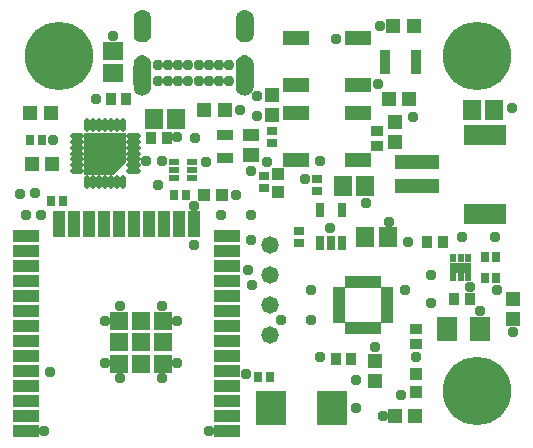
<source format=gbr>
G04 EAGLE Gerber RS-274X export*
G75*
%MOMM*%
%FSLAX34Y34*%
%LPD*%
%INSoldermask Top*%
%IPPOS*%
%AMOC8*
5,1,8,0,0,1.08239X$1,22.5*%
G01*
%ADD10R,1.503200X1.703200*%
%ADD11R,2.573200X2.973200*%
%ADD12R,1.103200X0.903200*%
%ADD13R,0.903200X1.103200*%
%ADD14R,1.703200X1.503200*%
%ADD15R,1.003200X1.003200*%
%ADD16C,5.791200*%
%ADD17R,0.803200X0.903200*%
%ADD18R,0.903200X0.803200*%
%ADD19R,1.203200X1.303200*%
%ADD20R,1.473200X0.838200*%
%ADD21R,1.473200X1.219200*%
%ADD22R,1.473200X1.016000*%
%ADD23R,2.203200X1.103200*%
%ADD24R,1.103200X2.203200*%
%ADD25R,1.533200X1.533200*%
%ADD26C,0.503200*%
%ADD27R,0.908000X0.908000*%
%ADD28R,0.863600X0.609600*%
%ADD29R,0.803200X1.303200*%
%ADD30R,0.603200X0.703200*%
%ADD31R,1.800000X0.900000*%
%ADD32R,0.838000X0.838000*%
%ADD33R,3.703200X1.203200*%
%ADD34R,3.603200X1.703200*%
%ADD35C,1.473200*%
%ADD36R,1.803200X2.003200*%
%ADD37R,1.003200X0.553200*%
%ADD38R,0.553200X1.053200*%
%ADD39R,2.303200X1.203200*%
%ADD40C,0.938000*%
%ADD41C,1.503200*%
%ADD42C,1.328200*%
%ADD43R,1.303200X1.203200*%
%ADD44R,0.903200X0.503200*%
%ADD45C,0.959600*%

G36*
X87071Y224547D02*
X87071Y224547D01*
X87085Y224545D01*
X97925Y235385D01*
X97926Y235397D01*
X97932Y235402D01*
X97928Y235408D01*
X97929Y235412D01*
X97939Y235420D01*
X97939Y260080D01*
X97903Y260127D01*
X97896Y260122D01*
X97890Y260129D01*
X62390Y260129D01*
X62343Y260093D01*
X62348Y260086D01*
X62341Y260080D01*
X62341Y224580D01*
X62377Y224533D01*
X62384Y224538D01*
X62390Y224531D01*
X87050Y224531D01*
X87071Y224547D01*
G37*
G36*
X112642Y291550D02*
X112642Y291550D01*
X112648Y291554D01*
X112652Y291551D01*
X114110Y291911D01*
X114114Y291917D01*
X114119Y291915D01*
X115478Y292552D01*
X115482Y292559D01*
X115487Y292557D01*
X116696Y293448D01*
X116698Y293455D01*
X116703Y293455D01*
X117715Y294564D01*
X117716Y294571D01*
X117721Y294572D01*
X118497Y295857D01*
X118496Y295865D01*
X118501Y295866D01*
X119011Y297279D01*
X119009Y297285D01*
X119014Y297288D01*
X119239Y298773D01*
X119236Y298778D01*
X119239Y298780D01*
X119239Y318280D01*
X119236Y318284D01*
X119239Y318287D01*
X119014Y319772D01*
X119008Y319777D01*
X119011Y319782D01*
X118501Y321194D01*
X118495Y321198D01*
X118497Y321203D01*
X117721Y322488D01*
X117714Y322491D01*
X117715Y322496D01*
X116703Y323605D01*
X116696Y323607D01*
X116696Y323612D01*
X115487Y324503D01*
X115480Y324503D01*
X115478Y324508D01*
X114119Y325145D01*
X114112Y325144D01*
X114110Y325149D01*
X112652Y325509D01*
X112645Y325506D01*
X112642Y325510D01*
X111142Y325579D01*
X111137Y325576D01*
X111134Y325579D01*
X109752Y325413D01*
X109747Y325408D01*
X109742Y325411D01*
X108419Y324979D01*
X108415Y324973D01*
X108410Y324975D01*
X107197Y324293D01*
X107194Y324286D01*
X107189Y324288D01*
X106131Y323382D01*
X106130Y323375D01*
X106125Y323375D01*
X105265Y322280D01*
X105264Y322273D01*
X105259Y322272D01*
X104629Y321031D01*
X104630Y321024D01*
X104626Y321022D01*
X104250Y319681D01*
X104252Y319675D01*
X104248Y319672D01*
X104141Y318284D01*
X104143Y318281D01*
X104141Y318280D01*
X104141Y298780D01*
X104143Y298778D01*
X104141Y298776D01*
X104248Y297388D01*
X104253Y297383D01*
X104250Y297379D01*
X104626Y296038D01*
X104631Y296034D01*
X104629Y296029D01*
X105259Y294788D01*
X105266Y294785D01*
X105265Y294780D01*
X106125Y293685D01*
X106132Y293683D01*
X106131Y293678D01*
X107189Y292773D01*
X107196Y292772D01*
X107197Y292767D01*
X108410Y292085D01*
X108417Y292086D01*
X108419Y292081D01*
X109742Y291649D01*
X109749Y291651D01*
X109752Y291647D01*
X111134Y291481D01*
X111139Y291484D01*
X111142Y291481D01*
X112642Y291550D01*
G37*
G36*
X199590Y291594D02*
X199590Y291594D01*
X199596Y291599D01*
X199600Y291596D01*
X200997Y291988D01*
X201001Y291994D01*
X201006Y291992D01*
X202299Y292650D01*
X202302Y292656D01*
X202307Y292655D01*
X203447Y293553D01*
X203449Y293560D01*
X203454Y293559D01*
X204397Y294662D01*
X204397Y294669D01*
X204403Y294670D01*
X205112Y295935D01*
X205111Y295943D01*
X205116Y295944D01*
X205565Y297324D01*
X205564Y297327D01*
X205566Y297328D01*
X205564Y297331D01*
X205567Y297333D01*
X205739Y298774D01*
X205737Y298778D01*
X205739Y298780D01*
X205739Y318280D01*
X205737Y318284D01*
X205739Y318286D01*
X205567Y319727D01*
X205562Y319732D01*
X205565Y319736D01*
X205116Y321116D01*
X205110Y321120D01*
X205112Y321125D01*
X204403Y322390D01*
X204396Y322393D01*
X204397Y322398D01*
X203454Y323501D01*
X203447Y323502D01*
X203447Y323507D01*
X202307Y324405D01*
X202300Y324405D01*
X202299Y324410D01*
X201006Y325068D01*
X200999Y325067D01*
X200997Y325072D01*
X199600Y325464D01*
X199597Y325463D01*
X199592Y325463D01*
X199590Y325466D01*
X198144Y325579D01*
X198139Y325576D01*
X198136Y325579D01*
X196700Y325457D01*
X196695Y325453D01*
X196691Y325456D01*
X195306Y325056D01*
X195302Y325050D01*
X195297Y325053D01*
X194017Y324391D01*
X194014Y324384D01*
X194009Y324385D01*
X192883Y323486D01*
X192881Y323479D01*
X192876Y323480D01*
X191947Y322378D01*
X191946Y322371D01*
X191941Y322370D01*
X191245Y321109D01*
X191246Y321102D01*
X191241Y321100D01*
X190804Y319727D01*
X190806Y319720D01*
X190802Y319718D01*
X190641Y318286D01*
X190643Y318282D01*
X190641Y318280D01*
X190641Y298780D01*
X190643Y298777D01*
X190641Y298775D01*
X190802Y297343D01*
X190807Y297337D01*
X190804Y297333D01*
X191241Y295960D01*
X191247Y295956D01*
X191245Y295951D01*
X191941Y294690D01*
X191948Y294687D01*
X191947Y294682D01*
X192876Y293580D01*
X192883Y293579D01*
X192883Y293574D01*
X194009Y292675D01*
X194016Y292674D01*
X194017Y292669D01*
X195297Y292007D01*
X195304Y292009D01*
X195306Y292004D01*
X196691Y291604D01*
X196697Y291607D01*
X196700Y291603D01*
X198136Y291481D01*
X198141Y291484D01*
X198144Y291481D01*
X199590Y291594D01*
G37*
G36*
X113088Y336495D02*
X113088Y336495D01*
X113094Y336500D01*
X113098Y336496D01*
X114417Y336774D01*
X114422Y336779D01*
X114426Y336777D01*
X115666Y337306D01*
X115670Y337312D01*
X115675Y337310D01*
X116787Y338071D01*
X116790Y338078D01*
X116795Y338078D01*
X117737Y339041D01*
X117738Y339048D01*
X117743Y339049D01*
X118480Y340177D01*
X118480Y340185D01*
X118485Y340186D01*
X118987Y341437D01*
X118986Y341440D01*
X118989Y341442D01*
X118987Y341444D01*
X118990Y341446D01*
X119238Y342771D01*
X119235Y342777D01*
X119239Y342780D01*
X119239Y357530D01*
X119235Y357536D01*
X119238Y357540D01*
X118968Y358838D01*
X118962Y358843D01*
X118965Y358847D01*
X118446Y360068D01*
X118440Y360071D01*
X118441Y360076D01*
X117695Y361172D01*
X117688Y361174D01*
X117688Y361179D01*
X116742Y362108D01*
X116735Y362109D01*
X116735Y362114D01*
X115625Y362841D01*
X115618Y362840D01*
X115617Y362845D01*
X114387Y363341D01*
X114380Y363339D01*
X114378Y363344D01*
X113075Y363591D01*
X113069Y363587D01*
X113065Y363591D01*
X111740Y363579D01*
X110404Y363600D01*
X110398Y363596D01*
X110395Y363599D01*
X109079Y363359D01*
X109075Y363354D01*
X109070Y363357D01*
X107827Y362865D01*
X107824Y362858D01*
X107819Y362860D01*
X106696Y362135D01*
X106693Y362128D01*
X106688Y362129D01*
X105728Y361199D01*
X105727Y361192D01*
X105722Y361191D01*
X104962Y360092D01*
X104962Y360086D01*
X104960Y360085D01*
X104961Y360084D01*
X104957Y360083D01*
X104426Y358856D01*
X104427Y358854D01*
X104425Y358854D01*
X104428Y358851D01*
X104428Y358849D01*
X104423Y358847D01*
X104142Y357540D01*
X104145Y357533D01*
X104141Y357530D01*
X104141Y342780D01*
X104145Y342774D01*
X104142Y342771D01*
X104401Y341437D01*
X104406Y341432D01*
X104404Y341428D01*
X104918Y340170D01*
X104925Y340167D01*
X104923Y340162D01*
X105673Y339029D01*
X105680Y339027D01*
X105679Y339021D01*
X106636Y338057D01*
X106643Y338056D01*
X106643Y338051D01*
X107770Y337291D01*
X107777Y337291D01*
X107778Y337286D01*
X109031Y336761D01*
X109038Y336763D01*
X109040Y336758D01*
X110372Y336488D01*
X110378Y336491D01*
X110381Y336487D01*
X111740Y336481D01*
X111741Y336481D01*
X113088Y336495D01*
G37*
G36*
X199499Y336487D02*
X199499Y336487D01*
X199505Y336491D01*
X199508Y336488D01*
X200840Y336758D01*
X200845Y336764D01*
X200849Y336761D01*
X202102Y337286D01*
X202106Y337293D01*
X202111Y337291D01*
X203237Y338051D01*
X203239Y338057D01*
X203244Y338057D01*
X204201Y339021D01*
X204202Y339029D01*
X204207Y339029D01*
X204957Y340162D01*
X204957Y340169D01*
X204962Y340170D01*
X205476Y341428D01*
X205474Y341435D01*
X205479Y341437D01*
X205738Y342771D01*
X205735Y342777D01*
X205739Y342780D01*
X205739Y357530D01*
X205735Y357536D01*
X205738Y357540D01*
X205457Y358847D01*
X205451Y358852D01*
X205454Y358856D01*
X204923Y360083D01*
X204917Y360087D01*
X204918Y360092D01*
X204158Y361191D01*
X204151Y361194D01*
X204152Y361199D01*
X203192Y362129D01*
X203185Y362130D01*
X203184Y362135D01*
X202061Y362860D01*
X202054Y362860D01*
X202053Y362865D01*
X200810Y363357D01*
X200803Y363355D01*
X200801Y363359D01*
X199485Y363599D01*
X199479Y363596D01*
X199476Y363600D01*
X198140Y363579D01*
X196815Y363591D01*
X196809Y363587D01*
X196805Y363591D01*
X195502Y363344D01*
X195497Y363339D01*
X195493Y363341D01*
X194263Y362845D01*
X194259Y362839D01*
X194255Y362841D01*
X193145Y362114D01*
X193143Y362107D01*
X193138Y362108D01*
X192192Y361179D01*
X192191Y361172D01*
X192185Y361172D01*
X191439Y360076D01*
X191439Y360069D01*
X191434Y360068D01*
X190915Y358847D01*
X190917Y358840D01*
X190912Y358838D01*
X190642Y357540D01*
X190645Y357533D01*
X190641Y357530D01*
X190641Y342780D01*
X190645Y342775D01*
X190642Y342771D01*
X190890Y341446D01*
X190896Y341441D01*
X190893Y341437D01*
X191395Y340186D01*
X191402Y340182D01*
X191400Y340177D01*
X192137Y339049D01*
X192143Y339046D01*
X192143Y339041D01*
X193085Y338078D01*
X193093Y338077D01*
X193093Y338071D01*
X194205Y337310D01*
X194213Y337311D01*
X194214Y337306D01*
X195454Y336777D01*
X195461Y336778D01*
X195463Y336774D01*
X196782Y336496D01*
X196789Y336499D01*
X196792Y336495D01*
X198139Y336481D01*
X198140Y336481D01*
X199499Y336487D01*
G37*
D10*
X281330Y214630D03*
X300330Y214630D03*
D11*
X220680Y26670D03*
X272080Y26670D03*
D12*
X342900Y94130D03*
X342900Y81130D03*
D13*
X119230Y255270D03*
X132230Y255270D03*
X97940Y288290D03*
X84940Y288290D03*
D10*
X121310Y271780D03*
X140310Y271780D03*
D14*
X86360Y310540D03*
X86360Y329540D03*
D10*
X300380Y171450D03*
X319380Y171450D03*
D15*
X226060Y209670D03*
X226060Y224670D03*
X178950Y207010D03*
X163950Y207010D03*
D16*
X394970Y41148D03*
X394970Y325120D03*
X40894Y325120D03*
D17*
X401400Y154940D03*
X411400Y154940D03*
X44370Y201930D03*
X34370Y201930D03*
X209630Y53340D03*
X219630Y53340D03*
X138510Y207010D03*
X148510Y207010D03*
D18*
X220980Y251540D03*
X220980Y261540D03*
X214630Y213440D03*
X214630Y223440D03*
D19*
X18170Y233680D03*
X35170Y233680D03*
X33900Y276860D03*
X16900Y276860D03*
D17*
X26590Y254000D03*
X16590Y254000D03*
D18*
X243840Y166450D03*
X243840Y176450D03*
X259080Y220900D03*
X259080Y210900D03*
D17*
X411400Y137160D03*
X401400Y137160D03*
D20*
X181610Y238760D03*
X181610Y257810D03*
D21*
X203708Y240792D03*
D22*
X203708Y257810D03*
D23*
X182880Y7620D03*
X182880Y20320D03*
X182880Y33020D03*
X182880Y45720D03*
X182880Y58420D03*
X182880Y71120D03*
X182880Y83820D03*
X182880Y96520D03*
X182880Y109220D03*
X182880Y121920D03*
X182880Y134620D03*
X182880Y147320D03*
X182880Y160020D03*
X182880Y172720D03*
D24*
X155030Y182720D03*
X142330Y182720D03*
X129630Y182720D03*
X116930Y182720D03*
X104230Y182720D03*
X91530Y182720D03*
X78830Y182720D03*
X66130Y182720D03*
X53430Y182720D03*
X40730Y182720D03*
D23*
X12880Y172720D03*
X12880Y160020D03*
X12880Y147320D03*
X12880Y134620D03*
X12880Y121920D03*
X12880Y109220D03*
X12880Y96520D03*
X12880Y83820D03*
X12880Y71120D03*
X12880Y58420D03*
X12880Y45720D03*
X12880Y33020D03*
X12880Y20320D03*
X12880Y7620D03*
D25*
X128730Y64270D03*
X110380Y64270D03*
X92030Y64270D03*
X128730Y82620D03*
X110380Y82620D03*
X92030Y82620D03*
X128730Y100970D03*
X110380Y100970D03*
X92030Y100970D03*
D26*
X100640Y227330D02*
X107640Y227330D01*
X107640Y232330D02*
X100640Y232330D01*
X100640Y237330D02*
X107640Y237330D01*
X107640Y242330D02*
X100640Y242330D01*
X100640Y247330D02*
X107640Y247330D01*
X107640Y252330D02*
X100640Y252330D01*
X100640Y257330D02*
X107640Y257330D01*
X95140Y262830D02*
X95140Y269830D01*
X90140Y269830D02*
X90140Y262830D01*
X85140Y262830D02*
X85140Y269830D01*
X80140Y269830D02*
X80140Y262830D01*
X75140Y262830D02*
X75140Y269830D01*
X70140Y269830D02*
X70140Y262830D01*
X65140Y262830D02*
X65140Y269830D01*
X59640Y257330D02*
X52640Y257330D01*
X52640Y252330D02*
X59640Y252330D01*
X59640Y247330D02*
X52640Y247330D01*
X52640Y242330D02*
X59640Y242330D01*
X59640Y237330D02*
X52640Y237330D01*
X52640Y232330D02*
X59640Y232330D01*
X59640Y227330D02*
X52640Y227330D01*
X65140Y221830D02*
X65140Y214830D01*
X70140Y214830D02*
X70140Y221830D01*
X75140Y221830D02*
X75140Y214830D01*
X80140Y214830D02*
X80140Y221830D01*
X85140Y221830D02*
X85140Y214830D01*
X90140Y214830D02*
X90140Y221830D01*
X95140Y221830D02*
X95140Y214830D01*
D20*
X78740Y240030D03*
D27*
X71120Y233680D03*
X80010Y233680D03*
X71120Y242570D03*
X80010Y242570D03*
X71120Y251460D03*
X80010Y251460D03*
X88900Y242570D03*
X88900Y251460D03*
D28*
X138430Y234950D03*
X138430Y228346D03*
X138430Y221742D03*
X153924Y221742D03*
X153924Y228346D03*
X153924Y234950D03*
D29*
X261670Y166370D03*
X271170Y166370D03*
X280670Y166370D03*
X280670Y194370D03*
X261670Y194370D03*
D30*
X387650Y153670D03*
X381150Y153670D03*
X374650Y153670D03*
X374650Y137670D03*
X381150Y137670D03*
X387650Y137670D03*
D31*
X381150Y145670D03*
D32*
X385699Y145669D03*
X376682Y145669D03*
D33*
X344170Y234790D03*
X344170Y214790D03*
D34*
X401670Y258290D03*
X401670Y191290D03*
D35*
X219710Y139700D03*
X219710Y114300D03*
X219710Y88900D03*
X219710Y165100D03*
D36*
X369540Y93980D03*
X397540Y93980D03*
D19*
X308610Y66920D03*
X308610Y49920D03*
D13*
X288440Y68580D03*
X275440Y68580D03*
X375770Y119380D03*
X388770Y119380D03*
X365910Y167640D03*
X352910Y167640D03*
D37*
X278450Y126770D03*
X278450Y121770D03*
X278450Y116770D03*
X278450Y111770D03*
X278450Y106770D03*
X278450Y101770D03*
D38*
X285950Y94800D03*
X290950Y94800D03*
X295950Y94800D03*
X300950Y94800D03*
X305950Y94800D03*
X310950Y94800D03*
D37*
X318450Y101770D03*
X318450Y106770D03*
X318450Y111770D03*
X318450Y116770D03*
X318450Y121770D03*
X318450Y126770D03*
D38*
X310950Y133800D03*
X305950Y133800D03*
X300950Y133800D03*
X295950Y133800D03*
X290950Y133800D03*
X285950Y133800D03*
D39*
X294470Y236540D03*
X241470Y236540D03*
X294470Y276540D03*
X241470Y276540D03*
D40*
X184690Y303530D03*
X176190Y303530D03*
X167690Y303530D03*
X159190Y303530D03*
X150690Y303530D03*
X142190Y303530D03*
X133690Y303530D03*
X125190Y303530D03*
X184690Y317030D03*
X176190Y317030D03*
X167690Y317030D03*
X159190Y317030D03*
X150690Y317030D03*
X142190Y317030D03*
X133690Y317030D03*
X125190Y317030D03*
D41*
X198140Y315030D02*
X198140Y302030D01*
X111740Y302030D02*
X111740Y315030D01*
D42*
X198140Y344405D02*
X198140Y355655D01*
X111740Y355655D02*
X111740Y344405D01*
D19*
X181220Y279400D03*
X164220Y279400D03*
D43*
X220980Y274710D03*
X220980Y291710D03*
D19*
X320430Y288290D03*
X337430Y288290D03*
D12*
X309880Y248770D03*
X309880Y261770D03*
D39*
X241470Y340040D03*
X294470Y340040D03*
X241470Y300040D03*
X294470Y300040D03*
D43*
X324240Y350520D03*
X341240Y350520D03*
X425450Y101990D03*
X425450Y118990D03*
D15*
X342900Y40760D03*
X342900Y55760D03*
D19*
X325510Y20320D03*
X342510Y20320D03*
D44*
X316700Y327540D03*
X316700Y322540D03*
X316700Y317540D03*
X316700Y312540D03*
X343700Y312540D03*
X343700Y317540D03*
X343700Y322540D03*
X343700Y327540D03*
D10*
X409550Y279400D03*
X390550Y279400D03*
D43*
X325120Y251850D03*
X325120Y268850D03*
D45*
X308610Y78740D03*
X292100Y50800D03*
X261620Y69850D03*
X154940Y198120D03*
X27940Y7620D03*
X167640Y7620D03*
X334010Y127000D03*
X300990Y200660D03*
X320040Y184150D03*
X248920Y220980D03*
X190500Y207010D03*
X203200Y227330D03*
X86360Y341630D03*
X35560Y254000D03*
X114300Y236220D03*
X140970Y256540D03*
X388620Y129540D03*
X397510Y109220D03*
X411480Y127000D03*
X382270Y171450D03*
X336550Y167640D03*
X270510Y179070D03*
X342900Y69850D03*
X292100Y26670D03*
X92710Y113030D03*
X128270Y113030D03*
X80010Y100330D03*
X80010Y64770D03*
X92710Y52070D03*
X128270Y52070D03*
X140970Y100330D03*
X140970Y64770D03*
X194310Y279400D03*
X208280Y274320D03*
X72390Y288290D03*
X425450Y91440D03*
X314960Y20320D03*
X311150Y300990D03*
X312420Y350520D03*
X275590Y339090D03*
X261620Y236220D03*
X177800Y190500D03*
X203200Y190500D03*
X355600Y115570D03*
X355600Y139700D03*
X254000Y127000D03*
X228600Y101600D03*
X254000Y101600D03*
X330200Y38100D03*
X7620Y208280D03*
X410210Y171450D03*
X156210Y255270D03*
X20320Y208786D03*
X128270Y236220D03*
X12700Y190500D03*
X124460Y215900D03*
X217170Y234950D03*
X165100Y234950D03*
X199390Y55880D03*
X25400Y190500D03*
X33020Y57150D03*
X200660Y143510D03*
X203200Y168910D03*
X204470Y130810D03*
X154940Y165254D03*
X208280Y290830D03*
X424180Y280670D03*
X340360Y273050D03*
M02*

</source>
